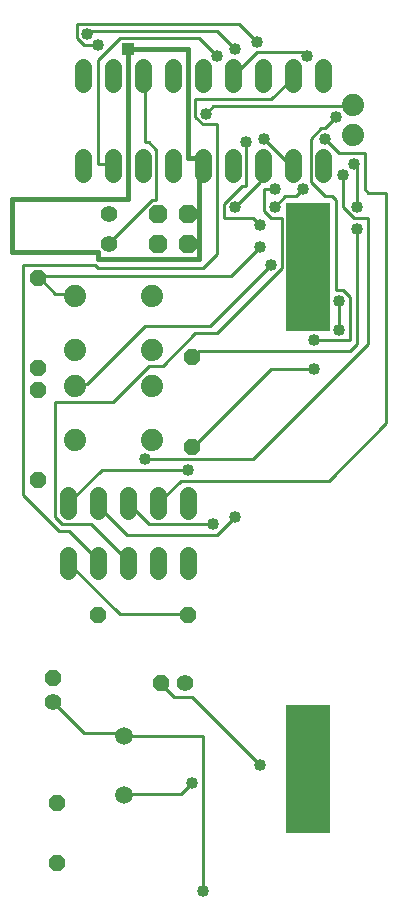
<source format=gbl>
G75*
G70*
%OFA0B0*%
%FSLAX24Y24*%
%IPPOS*%
%LPD*%
%AMOC8*
5,1,8,0,0,1.08239X$1,22.5*
%
%ADD10R,0.1500X0.4250*%
%ADD11C,0.0560*%
%ADD12OC8,0.0560*%
%ADD13C,0.0560*%
%ADD14C,0.0740*%
%ADD15C,0.1095*%
%ADD16OC8,0.0630*%
%ADD17C,0.0594*%
%ADD18C,0.0100*%
%ADD19C,0.0400*%
%ADD20C,0.0160*%
%ADD21R,0.0396X0.0396*%
D10*
X010181Y005968D03*
X010181Y022718D03*
D11*
X009681Y025813D02*
X009681Y026373D01*
X010681Y026373D02*
X010681Y025813D01*
X010681Y028813D02*
X010681Y029373D01*
X009681Y029373D02*
X009681Y028813D01*
X008681Y028813D02*
X008681Y029373D01*
X007681Y029373D02*
X007681Y028813D01*
X006681Y028813D02*
X006681Y029373D01*
X005681Y029373D02*
X005681Y028813D01*
X004681Y028813D02*
X004681Y029373D01*
X003681Y029373D02*
X003681Y028813D01*
X002681Y028813D02*
X002681Y029373D01*
X002681Y026373D02*
X002681Y025813D01*
X003681Y025813D02*
X003681Y026373D01*
X004681Y026373D02*
X004681Y025813D01*
X005681Y025813D02*
X005681Y026373D01*
X006681Y026373D02*
X006681Y025813D01*
X007681Y025813D02*
X007681Y026373D01*
X008681Y026373D02*
X008681Y025813D01*
X006181Y015123D02*
X006181Y014563D01*
X006181Y013123D02*
X006181Y012563D01*
X005181Y012563D02*
X005181Y013123D01*
X005181Y014563D02*
X005181Y015123D01*
X004181Y015123D02*
X004181Y014563D01*
X004181Y013123D02*
X004181Y012563D01*
X003181Y012563D02*
X003181Y013123D01*
X003181Y014563D02*
X003181Y015123D01*
X002181Y015123D02*
X002181Y014563D01*
X002181Y013123D02*
X002181Y012563D01*
D12*
X001806Y002843D03*
X001806Y004843D03*
X001681Y008993D03*
X003181Y011093D03*
X001181Y015593D03*
X001181Y018593D03*
X001181Y019343D03*
X001181Y022343D03*
X006181Y011093D03*
X005281Y008843D03*
X006306Y016718D03*
X006306Y019718D03*
D13*
X003556Y023468D03*
X003556Y024468D03*
X006081Y008843D03*
X001681Y008193D03*
D14*
X002401Y016953D03*
X002401Y018733D03*
X002401Y019953D03*
X002401Y021733D03*
X004961Y021733D03*
X004961Y019953D03*
X004961Y018733D03*
X004961Y016953D03*
X011681Y027093D03*
X011681Y028093D03*
D15*
X010181Y024243D03*
X010181Y021243D03*
X010181Y007443D03*
X010181Y004443D03*
D16*
X006181Y023468D03*
X006181Y024468D03*
X005181Y024468D03*
X005181Y023468D03*
D17*
X004056Y007077D03*
X004056Y005108D03*
D18*
X004141Y005143D01*
X005941Y005143D01*
X006301Y005503D01*
X006661Y007063D02*
X004141Y007063D01*
X004056Y007077D01*
X004021Y007183D01*
X002701Y007183D01*
X001741Y008143D01*
X001681Y008193D01*
X003901Y011143D02*
X002221Y012823D01*
X002181Y012843D01*
X003181Y012943D02*
X002221Y013903D01*
X001861Y013903D01*
X000661Y015103D01*
X000661Y022783D01*
X003061Y022783D01*
X003181Y022663D01*
X006661Y022663D01*
X007141Y023143D01*
X007141Y027463D01*
X006661Y027463D01*
X006421Y027703D01*
X006421Y028303D01*
X008941Y028303D01*
X009661Y029023D01*
X009681Y029093D01*
X010141Y029743D02*
X010021Y029863D01*
X008461Y029863D01*
X007741Y029143D01*
X007681Y029093D01*
X007741Y029983D02*
X007141Y030583D01*
X002941Y030583D01*
X002821Y030463D01*
X002461Y030343D02*
X002701Y030103D01*
X003181Y030103D01*
X003181Y029623D02*
X003181Y026143D01*
X003661Y026143D01*
X003681Y026093D01*
X004741Y026863D02*
X004861Y026863D01*
X005101Y026623D01*
X005101Y024943D01*
X004981Y024943D01*
X003541Y023503D01*
X003556Y023468D01*
X002341Y021823D02*
X002401Y021733D01*
X002341Y021823D02*
X001741Y021823D01*
X001261Y022303D01*
X001181Y022343D01*
X001261Y022423D01*
X007621Y022423D01*
X008581Y023383D01*
X008941Y022783D02*
X006901Y020743D01*
X004741Y020743D01*
X002821Y018823D01*
X002461Y018823D01*
X002401Y018733D01*
X001741Y018223D02*
X003661Y018223D01*
X004861Y019423D01*
X005341Y019423D01*
X006421Y020503D01*
X007141Y020503D01*
X009301Y022663D01*
X009301Y024343D01*
X008941Y024343D01*
X008701Y024583D01*
X008701Y025303D01*
X009061Y025303D01*
X009421Y025063D02*
X009061Y024703D01*
X009421Y025063D02*
X009781Y025063D01*
X010021Y025303D01*
X010261Y025543D02*
X010741Y025063D01*
X010981Y025063D01*
X011101Y024943D01*
X011101Y021943D01*
X011341Y021943D01*
X011581Y021703D01*
X011581Y020263D01*
X010381Y020263D01*
X010381Y019303D02*
X008941Y019303D01*
X006421Y016783D01*
X006306Y016718D01*
X006181Y015943D02*
X003301Y015943D01*
X002221Y014863D01*
X002181Y014843D01*
X001741Y014383D02*
X001981Y014143D01*
X002941Y014143D01*
X004141Y012943D01*
X004181Y012843D01*
X004141Y013783D02*
X007141Y013783D01*
X007741Y014383D01*
X007021Y014143D02*
X004861Y014143D01*
X004261Y014743D01*
X004181Y014843D01*
X003181Y014743D02*
X004141Y013783D01*
X003181Y012943D02*
X003181Y012843D01*
X003901Y011143D02*
X006181Y011143D01*
X006181Y011093D01*
X005281Y008843D02*
X005341Y008743D01*
X005701Y008383D01*
X006301Y008383D01*
X008581Y006103D01*
X006661Y007063D02*
X006661Y001903D01*
X001741Y014383D02*
X001741Y018223D01*
X003181Y014843D02*
X003181Y014743D01*
X004741Y016303D02*
X008341Y016303D01*
X012181Y020143D01*
X012181Y024343D01*
X011701Y024343D01*
X011341Y024703D01*
X011341Y025783D01*
X011701Y026143D02*
X011821Y026143D01*
X011821Y024703D01*
X012181Y025183D02*
X012061Y025303D01*
X012061Y026503D01*
X011221Y026503D01*
X010741Y026983D01*
X010741Y027343D02*
X010621Y027343D01*
X010261Y026983D01*
X010261Y025543D01*
X009681Y026093D02*
X009661Y026143D01*
X009541Y026143D01*
X008701Y026983D01*
X008681Y026093D02*
X008581Y026023D01*
X008581Y025543D01*
X007741Y024703D01*
X007381Y024823D02*
X007981Y025423D01*
X008101Y025423D01*
X008101Y026863D01*
X007381Y024823D02*
X007381Y024343D01*
X008341Y024343D01*
X008581Y024103D01*
X006781Y027823D02*
X007021Y028063D01*
X011581Y028063D01*
X011681Y028093D01*
X011101Y027703D02*
X010741Y027343D01*
X012181Y025183D02*
X012781Y025183D01*
X012781Y017503D01*
X010861Y015583D01*
X005941Y015583D01*
X005221Y014863D01*
X005181Y014843D01*
X006306Y019718D02*
X006421Y019783D01*
X006541Y019903D01*
X011581Y019903D01*
X011821Y020143D01*
X011821Y023983D01*
X011221Y021583D02*
X011221Y020623D01*
X008461Y030223D02*
X007861Y030823D01*
X002461Y030823D01*
X002461Y030343D01*
X003181Y029623D02*
X003901Y030343D01*
X006541Y030343D01*
X007141Y029743D01*
X004741Y029023D02*
X004741Y026863D01*
X004741Y029023D02*
X004681Y029093D01*
D19*
X003181Y030103D03*
X002821Y030463D03*
X006781Y027823D03*
X007141Y029743D03*
X007741Y029983D03*
X008461Y030223D03*
X008701Y026983D03*
X008101Y026863D03*
X009061Y025303D03*
X009061Y024703D03*
X008581Y024103D03*
X008581Y023383D03*
X008941Y022783D03*
X010021Y025303D03*
X010741Y026983D03*
X011101Y027703D03*
X011701Y026143D03*
X011341Y025783D03*
X011821Y024703D03*
X011821Y023983D03*
X011221Y021583D03*
X011221Y020623D03*
X010381Y020263D03*
X010381Y019303D03*
X007741Y014383D03*
X007021Y014143D03*
X006181Y015943D03*
X004741Y016303D03*
X007741Y024703D03*
X010141Y029743D03*
X008581Y006103D03*
X006661Y001903D03*
X006301Y005503D03*
D20*
X006556Y022968D02*
X003181Y022968D01*
X003181Y023218D01*
X000306Y023218D01*
X000306Y024968D01*
X004181Y024968D01*
X004181Y029968D01*
X006181Y029968D01*
X006181Y026343D01*
X006556Y026343D01*
X006556Y025593D02*
X006556Y022968D01*
D21*
X004181Y029968D03*
M02*

</source>
